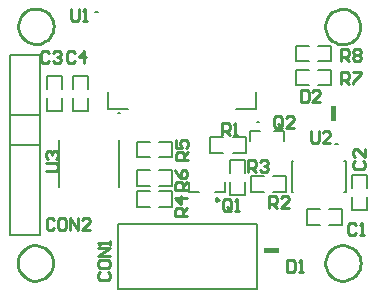
<source format=gto>
%FSLAX25Y25*%
%MOIN*%
G70*
G01*
G75*
%ADD10R,0.04134X0.02362*%
%ADD11R,0.03937X0.03150*%
%ADD12R,0.00394X0.00394*%
%ADD13O,0.07874X0.03937*%
%ADD14C,0.06000*%
%ADD15R,0.02677X0.05906*%
G04:AMPARAMS|DCode=16|XSize=65.35mil|YSize=23.23mil|CornerRadius=2.9mil|HoleSize=0mil|Usage=FLASHONLY|Rotation=270.000|XOffset=0mil|YOffset=0mil|HoleType=Round|Shape=RoundedRectangle|*
%AMROUNDEDRECTD16*
21,1,0.06535,0.01742,0,0,270.0*
21,1,0.05955,0.02323,0,0,270.0*
1,1,0.00581,-0.00871,-0.02977*
1,1,0.00581,-0.00871,0.02977*
1,1,0.00581,0.00871,0.02977*
1,1,0.00581,0.00871,-0.02977*
%
%ADD16ROUNDEDRECTD16*%
%ADD17R,0.03150X0.03937*%
%ADD18O,0.03937X0.07874*%
%ADD19R,0.07874X0.03937*%
G04:AMPARAMS|DCode=20|XSize=42.91mil|YSize=24.02mil|CornerRadius=3mil|HoleSize=0mil|Usage=FLASHONLY|Rotation=90.000|XOffset=0mil|YOffset=0mil|HoleType=Round|Shape=RoundedRectangle|*
%AMROUNDEDRECTD20*
21,1,0.04291,0.01801,0,0,90.0*
21,1,0.03691,0.02402,0,0,90.0*
1,1,0.00600,0.00901,0.01846*
1,1,0.00600,0.00901,-0.01846*
1,1,0.00600,-0.00901,-0.01846*
1,1,0.00600,-0.00901,0.01846*
%
%ADD20ROUNDEDRECTD20*%
%ADD21R,0.02362X0.04134*%
%ADD22R,0.02362X0.05709*%
%ADD23C,0.01000*%
%ADD24C,0.01181*%
%ADD25R,0.02000X0.02850*%
%ADD26R,0.01575X0.03347*%
%ADD27R,0.03937X0.10925*%
%ADD28R,0.08858X0.22736*%
%ADD29R,0.05610X0.12492*%
%ADD30R,0.02661X0.06709*%
%ADD31R,0.04035X0.08366*%
%ADD32R,0.04921X0.05512*%
%ADD33R,0.07480X0.04331*%
%ADD34R,0.04169X0.07087*%
%ADD35R,0.07501X0.26028*%
%ADD36C,0.03937*%
%ADD37R,0.03937X0.03937*%
%ADD38C,0.05906*%
%ADD39R,0.05906X0.05906*%
%ADD40C,0.01969*%
%ADD41R,0.03625X0.05150*%
%ADD42R,0.06594X0.06693*%
%ADD43C,0.00787*%
%ADD44C,0.00984*%
%ADD45C,0.00500*%
%ADD46C,0.00800*%
G36*
X90898Y14071D02*
X85976D01*
Y15744D01*
X90898D01*
Y14071D01*
D02*
G37*
G36*
X109937Y58118D02*
X108264D01*
Y63039D01*
X109937D01*
Y58118D01*
D02*
G37*
G54D23*
X117961Y89425D02*
X117876Y90423D01*
X117623Y91393D01*
X117211Y92305D01*
X116650Y93135D01*
X115957Y93858D01*
X115151Y94454D01*
X114257Y94905D01*
X113299Y95198D01*
X112306Y95325D01*
X111305Y95283D01*
X110326Y95072D01*
X109397Y94698D01*
X108544Y94173D01*
X107792Y93511D01*
X107162Y92732D01*
X106674Y91858D01*
X106340Y90913D01*
X106171Y89926D01*
Y88924D01*
X106340Y87937D01*
X106674Y86993D01*
X107162Y86118D01*
X107792Y85339D01*
X108544Y84677D01*
X109397Y84152D01*
X110326Y83779D01*
X111305Y83568D01*
X112306Y83525D01*
X113299Y83652D01*
X114257Y83946D01*
X115151Y84396D01*
X115957Y84992D01*
X116650Y85715D01*
X117211Y86545D01*
X117623Y87458D01*
X117876Y88427D01*
X117961Y89425D01*
X118014Y10632D02*
X117929Y11630D01*
X117676Y12599D01*
X117264Y13512D01*
X116703Y14342D01*
X116010Y15065D01*
X115204Y15661D01*
X114310Y16112D01*
X113352Y16405D01*
X112359Y16532D01*
X111358Y16490D01*
X110379Y16279D01*
X109449Y15905D01*
X108597Y15380D01*
X107845Y14718D01*
X107215Y13939D01*
X106727Y13065D01*
X106393Y12120D01*
X106224Y11133D01*
Y10131D01*
X106393Y9144D01*
X106727Y8200D01*
X107215Y7325D01*
X107845Y6546D01*
X108597Y5884D01*
X109449Y5359D01*
X110379Y4985D01*
X111358Y4774D01*
X112359Y4732D01*
X113352Y4859D01*
X114310Y5152D01*
X115204Y5603D01*
X116010Y6199D01*
X116703Y6922D01*
X117264Y7752D01*
X117676Y8665D01*
X117929Y9634D01*
X118014Y10632D01*
X15553D02*
X15468Y11630D01*
X15216Y12599D01*
X14803Y13512D01*
X14242Y14342D01*
X13549Y15065D01*
X12744Y15661D01*
X11849Y16112D01*
X10892Y16405D01*
X9898Y16532D01*
X8897Y16490D01*
X7918Y16279D01*
X6989Y15905D01*
X6136Y15380D01*
X5384Y14718D01*
X4755Y13939D01*
X4266Y13065D01*
X3932Y12120D01*
X3763Y11133D01*
Y10131D01*
X3932Y9144D01*
X4266Y8200D01*
X4755Y7325D01*
X5384Y6546D01*
X6136Y5884D01*
X6989Y5359D01*
X7918Y4985D01*
X8897Y4774D01*
X9898Y4732D01*
X10892Y4859D01*
X11849Y5152D01*
X12744Y5603D01*
X13549Y6199D01*
X14242Y6922D01*
X14803Y7752D01*
X15216Y8665D01*
X15468Y9634D01*
X15553Y10632D01*
X15651Y89569D02*
X15566Y90567D01*
X15314Y91536D01*
X14901Y92449D01*
X14341Y93279D01*
X13647Y94002D01*
X12842Y94598D01*
X11948Y95049D01*
X10990Y95342D01*
X9996Y95469D01*
X8996Y95427D01*
X8017Y95216D01*
X7087Y94842D01*
X6234Y94317D01*
X5482Y93655D01*
X4853Y92876D01*
X4365Y92001D01*
X4031Y91057D01*
X3862Y90070D01*
Y89068D01*
X4031Y88081D01*
X4365Y87137D01*
X4853Y86262D01*
X5482Y85483D01*
X6234Y84821D01*
X7087Y84296D01*
X8017Y83922D01*
X8996Y83711D01*
X9996Y83669D01*
X10990Y83796D01*
X11948Y84089D01*
X12842Y84540D01*
X13647Y85136D01*
X14341Y85859D01*
X14901Y86689D01*
X15314Y87602D01*
X15566Y88571D01*
X15651Y89569D01*
X101378Y54625D02*
Y51345D01*
X102034Y50689D01*
X103346D01*
X104002Y51345D01*
Y54625D01*
X107938Y50689D02*
X105314D01*
X107938Y53313D01*
Y53969D01*
X107282Y54625D01*
X105970D01*
X105314Y53969D01*
X13056Y41386D02*
X16336D01*
X16992Y42042D01*
Y43354D01*
X16336Y44010D01*
X13056D01*
X13712Y45322D02*
X13056Y45978D01*
Y47289D01*
X13712Y47945D01*
X14368D01*
X15024Y47289D01*
Y46633D01*
Y47289D01*
X15680Y47945D01*
X16336D01*
X16992Y47289D01*
Y45978D01*
X16336Y45322D01*
X116275Y44549D02*
X115619Y43893D01*
Y42581D01*
X116275Y41925D01*
X118899D01*
X119555Y42581D01*
Y43893D01*
X118899Y44549D01*
X119555Y48485D02*
Y45861D01*
X116931Y48485D01*
X116275D01*
X115619Y47829D01*
Y46517D01*
X116275Y45861D01*
X14179Y80705D02*
X13523Y81361D01*
X12211D01*
X11555Y80705D01*
Y78081D01*
X12211Y77425D01*
X13523D01*
X14179Y78081D01*
X15491Y80705D02*
X16147Y81361D01*
X17459D01*
X18115Y80705D01*
Y80049D01*
X17459Y79393D01*
X16803D01*
X17459D01*
X18115Y78737D01*
Y78081D01*
X17459Y77425D01*
X16147D01*
X15491Y78081D01*
X22679Y80705D02*
X22023Y81361D01*
X20711D01*
X20055Y80705D01*
Y78081D01*
X20711Y77425D01*
X22023D01*
X22679Y78081D01*
X25959Y77425D02*
Y81361D01*
X23991Y79393D01*
X26615D01*
X93504Y11514D02*
Y7579D01*
X95472D01*
X96128Y8235D01*
Y10859D01*
X95472Y11514D01*
X93504D01*
X97440Y7579D02*
X98752D01*
X98096D01*
Y11514D01*
X97440Y10859D01*
X111555Y70425D02*
Y74361D01*
X113523D01*
X114179Y73705D01*
Y72393D01*
X113523Y71737D01*
X111555D01*
X112867D02*
X114179Y70425D01*
X115491Y74361D02*
X118115D01*
Y73705D01*
X115491Y71081D01*
Y70425D01*
X111555Y77925D02*
Y81861D01*
X113523D01*
X114179Y81205D01*
Y79893D01*
X113523Y79237D01*
X111555D01*
X112867D02*
X114179Y77925D01*
X115491Y81205D02*
X116147Y81861D01*
X117459D01*
X118115Y81205D01*
Y80549D01*
X117459Y79893D01*
X118115Y79237D01*
Y78581D01*
X117459Y77925D01*
X116147D01*
X115491Y78581D01*
Y79237D01*
X116147Y79893D01*
X115491Y80549D01*
Y81205D01*
X116147Y79893D02*
X117459D01*
X71716Y53295D02*
Y57231D01*
X73684D01*
X74340Y56575D01*
Y55263D01*
X73684Y54607D01*
X71716D01*
X73028D02*
X74340Y53295D01*
X75652D02*
X76964D01*
X76308D01*
Y57231D01*
X75652Y56575D01*
X60055Y26425D02*
X56119D01*
Y28393D01*
X56775Y29049D01*
X58087D01*
X58743Y28393D01*
Y26425D01*
Y27737D02*
X60055Y29049D01*
Y32329D02*
X56119D01*
X58087Y30361D01*
Y32985D01*
X60055Y34925D02*
X56119D01*
Y36893D01*
X56775Y37549D01*
X58087D01*
X58743Y36893D01*
Y34925D01*
Y36237D02*
X60055Y37549D01*
X56119Y41485D02*
X56775Y40173D01*
X58087Y38861D01*
X59399D01*
X60055Y39517D01*
Y40829D01*
X59399Y41485D01*
X58743D01*
X58087Y40829D01*
Y38861D01*
X60555Y44925D02*
X56619D01*
Y46893D01*
X57275Y47549D01*
X58587D01*
X59243Y46893D01*
Y44925D01*
Y46237D02*
X60555Y47549D01*
X56619Y51485D02*
Y48861D01*
X58587D01*
X57931Y50173D01*
Y50829D01*
X58587Y51485D01*
X59899D01*
X60555Y50829D01*
Y49517D01*
X59899Y48861D01*
X21555Y95361D02*
Y92081D01*
X22211Y91425D01*
X23523D01*
X24179Y92081D01*
Y95361D01*
X25491Y91425D02*
X26803D01*
X26147D01*
Y95361D01*
X25491Y94705D01*
X87500Y28928D02*
Y32864D01*
X89468D01*
X90124Y32208D01*
Y30896D01*
X89468Y30240D01*
X87500D01*
X88812D02*
X90124Y28928D01*
X94060D02*
X91436D01*
X94060Y31552D01*
Y32208D01*
X93404Y32864D01*
X92092D01*
X91436Y32208D01*
X91762Y56215D02*
Y58839D01*
X91106Y59495D01*
X89794D01*
X89138Y58839D01*
Y56215D01*
X89794Y55559D01*
X91106D01*
X90450Y56871D02*
X91762Y55559D01*
X91106D02*
X91762Y56215D01*
X95697Y55559D02*
X93073D01*
X95697Y58183D01*
Y58839D01*
X95041Y59495D01*
X93730D01*
X93073Y58839D01*
X80610Y40945D02*
Y44881D01*
X82578D01*
X83234Y44225D01*
Y42913D01*
X82578Y42257D01*
X80610D01*
X81922D02*
X83234Y40945D01*
X84546Y44225D02*
X85202Y44881D01*
X86514D01*
X87170Y44225D01*
Y43569D01*
X86514Y42913D01*
X85858D01*
X86514D01*
X87170Y42257D01*
Y41601D01*
X86514Y40945D01*
X85202D01*
X84546Y41601D01*
X116535Y23261D02*
X115879Y23917D01*
X114568D01*
X113912Y23261D01*
Y20637D01*
X114568Y19981D01*
X115879D01*
X116535Y20637D01*
X117847Y19981D02*
X119159D01*
X118503D01*
Y23917D01*
X117847Y23261D01*
X31070Y7613D02*
X30414Y6957D01*
Y5645D01*
X31070Y4989D01*
X33694D01*
X34350Y5645D01*
Y6957D01*
X33694Y7613D01*
X30414Y10893D02*
Y9581D01*
X31070Y8925D01*
X33694D01*
X34350Y9581D01*
Y10893D01*
X33694Y11549D01*
X31070D01*
X30414Y10893D01*
X34350Y12861D02*
X30414D01*
X34350Y15484D01*
X30414D01*
X34350Y16796D02*
Y18108D01*
Y17452D01*
X30414D01*
X31070Y16796D01*
X98032Y68306D02*
Y64370D01*
X99999D01*
X100655Y65026D01*
Y67650D01*
X99999Y68306D01*
X98032D01*
X104591Y64370D02*
X101967D01*
X104591Y66994D01*
Y67650D01*
X103935Y68306D01*
X102623D01*
X101967Y67650D01*
X15946Y24836D02*
X15290Y25491D01*
X13978D01*
X13322Y24836D01*
Y22212D01*
X13978Y21556D01*
X15290D01*
X15946Y22212D01*
X19226Y25491D02*
X17914D01*
X17258Y24836D01*
Y22212D01*
X17914Y21556D01*
X19226D01*
X19882Y22212D01*
Y24836D01*
X19226Y25491D01*
X21194Y21556D02*
Y25491D01*
X23818Y21556D01*
Y25491D01*
X27753Y21556D02*
X25130D01*
X27753Y24180D01*
Y24836D01*
X27097Y25491D01*
X25785D01*
X25130Y24836D01*
X74797Y28632D02*
Y31256D01*
X74141Y31912D01*
X72829D01*
X72173Y31256D01*
Y28632D01*
X72829Y27976D01*
X74141D01*
X73485Y29288D02*
X74797Y27976D01*
X74141D02*
X74797Y28632D01*
X76109Y27976D02*
X77421D01*
X76765D01*
Y31912D01*
X76109Y31256D01*
G54D43*
X110354Y50449D02*
X109567D01*
X110354D01*
X37772Y60795D02*
X36984D01*
X37772D01*
X30406Y94362D02*
X29618D01*
X30406D01*
X84201Y57732D02*
X83413D01*
X84201D01*
X81394Y34461D02*
Y39579D01*
X88874D02*
X93205D01*
X88874Y34461D02*
X93205D01*
Y39579D01*
X81394Y34461D02*
X85724D01*
X81394Y39579D02*
X85724D01*
X67894Y52484D02*
X72224D01*
X67894Y47366D02*
X72224D01*
X79705D02*
Y52484D01*
X75374Y47366D02*
X79705D01*
X75374Y52484D02*
X79705D01*
X67894Y47366D02*
Y52484D01*
X21996Y61264D02*
Y65595D01*
X27114Y61264D02*
Y65595D01*
X21996Y73075D02*
X27114D01*
Y68744D02*
Y73075D01*
X21996Y68744D02*
Y73075D01*
Y61264D02*
X27114D01*
X114996Y28264D02*
Y32594D01*
X120114Y28264D02*
Y32594D01*
X114996Y40075D02*
X120114D01*
Y35744D02*
Y40075D01*
X114996Y35744D02*
Y40075D01*
Y28264D02*
X120114D01*
X13496Y61264D02*
Y65595D01*
X18614Y61264D02*
Y65595D01*
X13496Y73075D02*
X18614D01*
Y68744D02*
Y73075D01*
X13496Y68744D02*
Y73075D01*
Y61264D02*
X18614D01*
X103886Y77866D02*
X108217D01*
X103886Y82984D02*
X108217D01*
X96406Y77866D02*
Y82984D01*
X100736D01*
X96406Y77866D02*
X100736D01*
X108217D02*
Y82984D01*
X96394Y74984D02*
X100724D01*
X96394Y69866D02*
X100724D01*
X108205D02*
Y74984D01*
X103874Y69866D02*
X108205D01*
X103874Y74984D02*
X108205D01*
X96394Y69866D02*
Y74984D01*
X50886Y36366D02*
X55216D01*
X50886Y41484D02*
X55216D01*
X43406Y36366D02*
Y41484D01*
X47736D01*
X43406Y36366D02*
X47736D01*
X55216D02*
Y41484D01*
X50886Y29366D02*
X55216D01*
X50886Y34484D02*
X55216D01*
X43406Y29366D02*
Y34484D01*
X47736D01*
X43406Y29366D02*
X47736D01*
X55216D02*
Y34484D01*
X50886Y45866D02*
X55216D01*
X50886Y50984D02*
X55216D01*
X43406Y45866D02*
Y50984D01*
X47736D01*
X43406Y45866D02*
X47736D01*
X55216D02*
Y50984D01*
X74496Y45087D02*
X79614D01*
Y33276D02*
Y37606D01*
X74496Y33276D02*
Y37606D01*
Y33276D02*
X79614D01*
X74496Y40756D02*
Y45087D01*
X79614Y40756D02*
Y45087D01*
X100098Y23425D02*
Y28543D01*
X107579D02*
X111909D01*
X107579Y23425D02*
X111909D01*
Y28543D01*
X100098Y23425D02*
X104429D01*
X100098Y28543D02*
X104429D01*
X1201Y80098D02*
X11201D01*
X1201Y50098D02*
X11201D01*
X1201D02*
Y79823D01*
X11201Y50098D02*
Y80020D01*
X1201Y20098D02*
X11201D01*
X1201D02*
Y60098D01*
X11201Y20098D02*
Y60098D01*
X1201D02*
X11201D01*
X60917Y34327D02*
X64067D01*
X60917D02*
Y37476D01*
X69579Y34327D02*
X72728D01*
Y37476D01*
G54D44*
X70661Y31768D02*
X69923Y32194D01*
Y31341D01*
X70661Y31768D01*
G54D45*
X112535Y34307D02*
X113110D01*
Y44543D01*
X112535D02*
X113110D01*
X95000D02*
X95575D01*
X95000Y34307D02*
Y44543D01*
Y34307D02*
X95575D01*
X37476Y36051D02*
Y51799D01*
X17634Y36051D02*
Y51799D01*
X33949Y61882D02*
Y67512D01*
Y61882D02*
X40563D01*
X76547D02*
X83161D01*
Y67512D01*
X81091Y51295D02*
Y54661D01*
X92508Y51295D02*
Y54661D01*
X89260D02*
X92508D01*
X81091D02*
X84339D01*
G54D46*
X83366Y2067D02*
Y23720D01*
X66634D02*
X83366D01*
X66634Y2067D02*
X83366D01*
X56791Y23720D02*
X78445D01*
X56791Y2067D02*
X78445D01*
X46949Y23720D02*
X68602D01*
X46949Y2067D02*
X68602D01*
X37106D02*
Y23720D01*
X58760D01*
X37106Y2067D02*
X58760D01*
M02*

</source>
